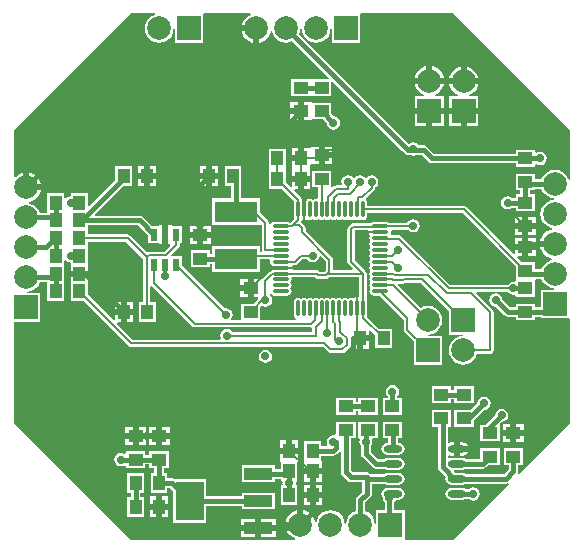
<source format=gtl>
G04 Layer_Physical_Order=1*
G04 Layer_Color=255*
%FSLAX25Y25*%
%MOIN*%
G70*
G01*
G75*
%ADD10R,0.04921X0.03937*%
%ADD11O,0.05512X0.01181*%
%ADD12O,0.01181X0.05512*%
%ADD13R,0.09449X0.12992*%
%ADD14R,0.09449X0.03937*%
%ADD15R,0.03937X0.04921*%
%ADD16R,0.02362X0.04331*%
G04:AMPARAMS|DCode=17|XSize=61.02mil|YSize=23.62mil|CornerRadius=11.81mil|HoleSize=0mil|Usage=FLASHONLY|Rotation=180.000|XOffset=0mil|YOffset=0mil|HoleType=Round|Shape=RoundedRectangle|*
%AMROUNDEDRECTD17*
21,1,0.06102,0.00000,0,0,180.0*
21,1,0.03740,0.02362,0,0,180.0*
1,1,0.02362,-0.01870,0.00000*
1,1,0.02362,0.01870,0.00000*
1,1,0.02362,0.01870,0.00000*
1,1,0.02362,-0.01870,0.00000*
%
%ADD17ROUNDEDRECTD17*%
%ADD18R,0.14173X0.07087*%
%ADD19C,0.01575*%
%ADD20C,0.00787*%
%ADD21C,0.01181*%
%ADD22R,0.07874X0.07874*%
%ADD23C,0.07874*%
%ADD24R,0.07874X0.07874*%
%ADD25C,0.02756*%
G36*
X167999Y92091D02*
Y87783D01*
X167999D01*
Y87414D01*
X167828Y86985D01*
X167613Y86809D01*
X167323Y86866D01*
X166473Y86697D01*
X165753Y86216D01*
X165517Y85863D01*
X146173D01*
X129982Y102054D01*
X129587Y102318D01*
X129121Y102411D01*
X126843D01*
X126535Y102911D01*
X126622Y103347D01*
X126572Y103598D01*
X126966Y104098D01*
X132184D01*
X132288Y103942D01*
X133009Y103460D01*
X133858Y103291D01*
X134708Y103460D01*
X135429Y103942D01*
X135910Y104662D01*
X136079Y105512D01*
X135910Y106362D01*
X135429Y107082D01*
X134708Y107563D01*
X133858Y107732D01*
X133009Y107563D01*
X132288Y107082D01*
X131921Y106532D01*
X125681D01*
X125543Y106625D01*
X125000Y106733D01*
X120669D01*
X120127Y106625D01*
X119712Y106348D01*
X113989D01*
X113523Y106255D01*
X113128Y105991D01*
X112328Y105191D01*
X112065Y104797D01*
X111972Y104331D01*
Y93504D01*
X112065Y93038D01*
X112328Y92643D01*
X113726Y91246D01*
X113534Y90784D01*
X107135D01*
Y94185D01*
X107043Y94651D01*
X106779Y95046D01*
X98055Y103770D01*
Y104657D01*
X97962Y105123D01*
X97698Y105518D01*
X96714Y106502D01*
X96487Y106654D01*
X96597Y106818D01*
X96619Y106929D01*
X96785Y107284D01*
X97189Y107287D01*
X97441Y107237D01*
X98062Y107360D01*
X98588Y107712D01*
X98598Y107728D01*
X98867Y107548D01*
X99410Y107440D01*
X99952Y107548D01*
X100394Y107843D01*
X100835Y107548D01*
X101378Y107440D01*
X101920Y107548D01*
X102362Y107843D01*
X102804Y107548D01*
X103347Y107440D01*
X103889Y107548D01*
X104331Y107843D01*
X104772Y107548D01*
X105315Y107440D01*
X105858Y107548D01*
X106299Y107843D01*
X106741Y107548D01*
X107283Y107440D01*
X107826Y107548D01*
X108268Y107843D01*
X108709Y107548D01*
X109252Y107440D01*
X109794Y107548D01*
X110236Y107843D01*
X110678Y107548D01*
X111221Y107440D01*
X111763Y107548D01*
X112205Y107843D01*
X112646Y107548D01*
X113189Y107440D01*
X113732Y107548D01*
X114173Y107843D01*
X114615Y107548D01*
X115157Y107440D01*
X115700Y107548D01*
X116142Y107843D01*
X116583Y107548D01*
X117126Y107440D01*
X117668Y107548D01*
X118129Y107856D01*
X118436Y108316D01*
X118544Y108858D01*
Y109807D01*
X150283D01*
X167999Y92091D01*
D02*
G37*
G36*
X115909Y82085D02*
X115409Y81690D01*
X115157Y81740D01*
X114537Y81616D01*
X114011Y81265D01*
X114000Y81249D01*
X113732Y81428D01*
X113189Y81536D01*
X112646Y81428D01*
X112205Y81133D01*
X111763Y81428D01*
X111221Y81536D01*
X110678Y81428D01*
X110236Y81133D01*
X109794Y81428D01*
X109252Y81536D01*
X108709Y81428D01*
X108268Y81133D01*
X107826Y81428D01*
X107283Y81536D01*
X106741Y81428D01*
X106299Y81133D01*
X105858Y81428D01*
X105315Y81536D01*
X104772Y81428D01*
X104331Y81133D01*
X103889Y81428D01*
X103347Y81536D01*
X102804Y81428D01*
X102362Y81133D01*
X101920Y81428D01*
X101378Y81536D01*
X100835Y81428D01*
X100394Y81133D01*
X99952Y81428D01*
X99410Y81536D01*
X98867Y81428D01*
X98425Y81133D01*
X97983Y81428D01*
X97441Y81536D01*
X96898Y81428D01*
X96457Y81133D01*
X96015Y81428D01*
X95472Y81536D01*
X94930Y81428D01*
X94470Y81121D01*
X94163Y80661D01*
X94055Y80118D01*
Y75787D01*
X94163Y75245D01*
X94470Y74785D01*
X94819Y74552D01*
X94703Y74052D01*
X82985D01*
Y78311D01*
X83517Y78843D01*
X83796Y78657D01*
X84646Y78488D01*
X85496Y78657D01*
X86216Y79138D01*
X86697Y79859D01*
X86866Y80709D01*
X86697Y81559D01*
X86216Y82279D01*
X86014Y82414D01*
X86037Y82595D01*
X86557Y82718D01*
X86596Y82659D01*
X87056Y82351D01*
X87598Y82244D01*
X91929D01*
X92472Y82351D01*
X92932Y82659D01*
X93239Y83119D01*
X93347Y83661D01*
X93239Y84204D01*
X92944Y84646D01*
X93239Y85087D01*
X93347Y85630D01*
X93239Y86172D01*
X92944Y86614D01*
X93239Y87056D01*
X93347Y87598D01*
X93297Y87850D01*
X93655Y88350D01*
X101174D01*
X101421Y88103D01*
X101815Y87839D01*
X102281Y87747D01*
X104712D01*
X105178Y87839D01*
X105572Y88103D01*
X105819Y88350D01*
X115909D01*
Y82085D01*
D02*
G37*
G36*
X104701Y93681D02*
Y90674D01*
X104208Y90181D01*
X102785D01*
X102539Y90428D01*
X102144Y90691D01*
X101678Y90784D01*
X93896D01*
X93501Y91284D01*
X93551Y91535D01*
X93501Y91787D01*
X93896Y92287D01*
X94488D01*
X94954Y92379D01*
X95349Y92643D01*
X96961Y94255D01*
X98588D01*
X98823Y93902D01*
X99544Y93421D01*
X100394Y93252D01*
X101243Y93421D01*
X101964Y93902D01*
X102445Y94623D01*
X102546Y95129D01*
X103088Y95293D01*
X104701Y93681D01*
D02*
G37*
G36*
X119083Y103527D02*
X119048Y103347D01*
X119171Y102726D01*
X119523Y102200D01*
X119539Y102189D01*
X119359Y101920D01*
X119252Y101378D01*
X119359Y100835D01*
X119655Y100394D01*
X119359Y99952D01*
X119252Y99410D01*
X119359Y98867D01*
X119655Y98425D01*
X119359Y97983D01*
X119252Y97441D01*
X119359Y96898D01*
X119655Y96457D01*
X119359Y96015D01*
X119252Y95472D01*
X119359Y94930D01*
X119655Y94488D01*
X119359Y94046D01*
X119252Y93504D01*
X119359Y92961D01*
X119655Y92520D01*
X119359Y92078D01*
X119252Y91535D01*
X119359Y90993D01*
X119655Y90551D01*
X119359Y90109D01*
X119252Y89567D01*
X119359Y89024D01*
X119655Y88583D01*
X119359Y88141D01*
X119252Y87598D01*
X119359Y87056D01*
X119655Y86614D01*
X119359Y86172D01*
X119252Y85630D01*
X119359Y85087D01*
X119655Y84646D01*
X119359Y84204D01*
X119252Y83661D01*
X119359Y83119D01*
X119667Y82659D01*
X120127Y82351D01*
X120669Y82244D01*
X122531D01*
X130673Y74102D01*
Y70866D01*
X130765Y70400D01*
X131029Y70006D01*
X134043Y66992D01*
Y59239D01*
X143517D01*
Y68713D01*
X138926D01*
X138893Y69213D01*
X140016Y69361D01*
X141168Y69839D01*
X142158Y70598D01*
X142917Y71587D01*
X143395Y72740D01*
X143557Y73976D01*
X143395Y75213D01*
X142917Y76365D01*
X142158Y77355D01*
X141168Y78114D01*
X140016Y78592D01*
X138779Y78754D01*
X137543Y78592D01*
X136391Y78114D01*
X136375Y78102D01*
X128780Y85697D01*
X128971Y86159D01*
X130660D01*
X131125Y86252D01*
X131319Y86381D01*
X136464D01*
X145853Y76992D01*
Y69239D01*
X150445D01*
X150477Y68739D01*
X149354Y68591D01*
X148202Y68114D01*
X147212Y67355D01*
X146453Y66365D01*
X145975Y65213D01*
X145813Y63976D01*
X145975Y62740D01*
X146453Y61587D01*
X147212Y60598D01*
X148202Y59839D01*
X149354Y59361D01*
X150591Y59198D01*
X151827Y59361D01*
X152980Y59839D01*
X153969Y60598D01*
X154728Y61587D01*
X155206Y62740D01*
X155208Y62759D01*
X159449D01*
X159915Y62852D01*
X160309Y63116D01*
X160573Y63511D01*
X160666Y63976D01*
Y76772D01*
X160573Y77237D01*
X160309Y77632D01*
X154975Y82967D01*
X155166Y83429D01*
X165517D01*
X165753Y83075D01*
X166473Y82594D01*
X167323Y82425D01*
X167613Y82483D01*
X167999Y82165D01*
Y81877D01*
X174521D01*
Y87414D01*
X174818Y87791D01*
X176646D01*
X176965Y87020D01*
X177724Y86031D01*
X178713Y85272D01*
X179866Y84794D01*
X180989Y84646D01*
X180956Y84146D01*
X176365D01*
Y78390D01*
X174521D01*
Y79540D01*
X167999D01*
Y78390D01*
X166025D01*
X163621Y80794D01*
X163469Y81559D01*
X162987Y82279D01*
X162267Y82760D01*
X161417Y82929D01*
X160567Y82760D01*
X159847Y82279D01*
X159366Y81559D01*
X159197Y80709D01*
X159366Y79859D01*
X159847Y79138D01*
X160567Y78657D01*
X161332Y78505D01*
X164210Y75627D01*
X164735Y75276D01*
X165354Y75153D01*
X167999D01*
Y74003D01*
X174521D01*
Y75153D01*
X176365D01*
Y74672D01*
X185705D01*
X185839Y74672D01*
X186205Y74348D01*
Y39703D01*
X169276Y22774D01*
X168844Y22996D01*
X168823Y23028D01*
X168941Y23622D01*
Y25775D01*
X170583D01*
Y31312D01*
X164062D01*
Y25775D01*
X165704D01*
Y24293D01*
X164152Y22740D01*
X151439D01*
X151068Y22988D01*
X150295Y23142D01*
X147909D01*
X147411Y23640D01*
X147602Y24102D01*
X150295D01*
X151068Y24256D01*
X151439Y24504D01*
X157028D01*
X157647Y24627D01*
X158172Y24978D01*
X158969Y25775D01*
X162709D01*
Y31312D01*
X156188D01*
Y27741D01*
X151439D01*
X151068Y27988D01*
X150295Y28142D01*
X146555D01*
X145905Y28013D01*
X145472Y28255D01*
X145466Y28750D01*
X145905Y29028D01*
X146555Y28898D01*
X147425D01*
Y31122D01*
Y33346D01*
X146555D01*
X145905Y33217D01*
X145405Y33532D01*
Y38570D01*
X146568D01*
Y44107D01*
X140047D01*
Y38570D01*
X142168D01*
Y24975D01*
X142291Y24356D01*
X142642Y23831D01*
X144671Y21802D01*
X144535Y21122D01*
X144689Y20349D01*
X145127Y19694D01*
X145782Y19256D01*
X146555Y19102D01*
X150295D01*
X151068Y19256D01*
X151439Y19504D01*
X164823D01*
X165417Y19622D01*
X165449Y19600D01*
X165671Y19169D01*
X147305Y803D01*
X131360D01*
X131036Y1168D01*
X131036Y1303D01*
Y10643D01*
X127603D01*
Y13266D01*
X128036Y13914D01*
X128073Y14102D01*
X129035D01*
X129808Y14256D01*
X130464Y14694D01*
X130902Y15349D01*
X131055Y16122D01*
X130902Y16895D01*
X130464Y17550D01*
X129808Y17988D01*
X129035Y18142D01*
X125295D01*
X124522Y17988D01*
X123867Y17550D01*
X123429Y16895D01*
X123275Y16122D01*
X123429Y15349D01*
X123776Y14829D01*
X123763Y14764D01*
X123932Y13914D01*
X124365Y13266D01*
Y10643D01*
X121562D01*
Y6052D01*
X121062Y6019D01*
X120914Y7142D01*
X120437Y8294D01*
X119678Y9284D01*
X118688Y10043D01*
X117918Y10362D01*
Y13267D01*
X119648Y14997D01*
X119999Y15522D01*
X120123Y16142D01*
Y19504D01*
X124152D01*
X124522Y19256D01*
X125295Y19102D01*
X129035D01*
X129808Y19256D01*
X130464Y19694D01*
X130902Y20349D01*
X131055Y21122D01*
X130902Y21895D01*
X130464Y22550D01*
X129808Y22988D01*
X129035Y23142D01*
X125295D01*
X124522Y22988D01*
X124152Y22740D01*
X119687D01*
X119648Y22798D01*
X119123Y23149D01*
X118504Y23272D01*
X113859D01*
X113036Y24096D01*
Y34633D01*
X114678D01*
Y40170D01*
X108157D01*
Y36021D01*
X107657Y35611D01*
X107283Y35685D01*
X106434Y35516D01*
X105713Y35035D01*
X105232Y34314D01*
X105063Y33465D01*
X105229Y32630D01*
X105242Y32541D01*
X104965Y32130D01*
X103162D01*
Y33772D01*
X97625D01*
Y27500D01*
X97425Y27083D01*
X97425Y26834D01*
Y24622D01*
X100394D01*
X103362D01*
Y26834D01*
X103362Y27083D01*
X103162Y27500D01*
Y28893D01*
X107283D01*
X107903Y29017D01*
X108428Y29367D01*
X109299Y30238D01*
X109746Y30095D01*
X109799Y30054D01*
Y23425D01*
X109922Y22806D01*
X110273Y22281D01*
X112045Y20509D01*
X112570Y20158D01*
X113189Y20035D01*
X116885D01*
Y16812D01*
X115155Y15081D01*
X114804Y14556D01*
X114681Y13937D01*
Y10362D01*
X113910Y10043D01*
X112921Y9284D01*
X112161Y8294D01*
X111684Y7142D01*
X111551Y6134D01*
X111047D01*
X110914Y7142D01*
X110437Y8294D01*
X109678Y9284D01*
X108688Y10043D01*
X107536Y10521D01*
X106299Y10683D01*
X105063Y10521D01*
X103910Y10043D01*
X102921Y9284D01*
X102161Y8294D01*
X101684Y7142D01*
X101652Y6900D01*
X101148D01*
X101109Y7194D01*
X100612Y8395D01*
X99820Y9427D01*
X98789Y10218D01*
X97588Y10715D01*
X97299Y10753D01*
Y5906D01*
X96299D01*
Y4905D01*
X91451D01*
X91489Y4617D01*
X91987Y3416D01*
X92778Y2384D01*
X93809Y1593D01*
X94510Y1303D01*
X94411Y803D01*
X39703D01*
X803Y39703D01*
Y73531D01*
X9658D01*
Y83005D01*
X5067D01*
X5034Y83505D01*
X6158Y83653D01*
X7310Y84130D01*
X8300Y84889D01*
X9059Y85879D01*
X9378Y86649D01*
X11995D01*
Y80401D01*
X17532D01*
Y86306D01*
Y92212D01*
Y93874D01*
X18032Y94026D01*
X18115Y93902D01*
X18835Y93421D01*
X19294Y93330D01*
X19669Y93028D01*
Y90567D01*
X22638D01*
X25606D01*
Y93028D01*
X25406D01*
Y98117D01*
Y100161D01*
X38167D01*
X43849Y94478D01*
Y80032D01*
X42507D01*
Y73511D01*
X48044D01*
Y80032D01*
X46283D01*
Y85147D01*
X46783Y85354D01*
X60163Y71974D01*
X60558Y71710D01*
X61024Y71618D01*
X99817D01*
X100161Y71336D01*
Y70115D01*
X73657D01*
X73421Y70468D01*
X72700Y70949D01*
X71850Y71118D01*
X71001Y70949D01*
X70280Y70468D01*
X69799Y69747D01*
X69630Y68898D01*
X69799Y68048D01*
X69841Y67984D01*
X69606Y67543D01*
X40477D01*
X35171Y72849D01*
X35363Y73311D01*
X36402D01*
Y75772D01*
X34433D01*
Y74241D01*
X33971Y74049D01*
X25406Y82614D01*
Y86106D01*
X25606D01*
Y88567D01*
X22638D01*
X19669D01*
Y86106D01*
X19869D01*
Y80401D01*
X24177D01*
X39113Y65465D01*
X39507Y65201D01*
X39973Y65109D01*
X103745D01*
X105357Y63497D01*
X105752Y63233D01*
X106218Y63140D01*
X110317D01*
X110783Y63233D01*
X111178Y63497D01*
X112673Y64992D01*
X112721Y64991D01*
X113173Y64835D01*
Y64453D01*
X115142D01*
Y67913D01*
X116142D01*
Y68913D01*
X119110D01*
Y70444D01*
X119572Y70636D01*
X121247Y68961D01*
Y64653D01*
X126784D01*
Y71174D01*
X122476D01*
X118424Y75227D01*
X118436Y75245D01*
X118544Y75787D01*
Y80118D01*
X118436Y80661D01*
X118343Y80800D01*
Y89567D01*
X118250Y90033D01*
X117987Y90428D01*
X114406Y94008D01*
Y103827D01*
X114493Y103914D01*
X118766D01*
X119083Y103527D01*
D02*
G37*
G36*
X186205Y137463D02*
Y120725D01*
X185717Y120646D01*
X185240Y121798D01*
X184481Y122788D01*
X183491Y123547D01*
X182339Y124024D01*
X181102Y124187D01*
X179866Y124024D01*
X178713Y123547D01*
X177724Y122788D01*
X176965Y121798D01*
X176646Y121028D01*
X174521D01*
Y122847D01*
X167999D01*
Y117310D01*
X169641D01*
Y115957D01*
X167999D01*
Y114807D01*
X166852D01*
X166204Y115241D01*
X165354Y115410D01*
X164505Y115241D01*
X163784Y114759D01*
X163303Y114039D01*
X163134Y113189D01*
X163303Y112339D01*
X163784Y111619D01*
X164505Y111137D01*
X165354Y110968D01*
X166204Y111137D01*
X166852Y111571D01*
X167999D01*
Y110421D01*
X174521D01*
Y115957D01*
X172878D01*
Y117310D01*
X174521D01*
Y117791D01*
X176646D01*
X176965Y117020D01*
X177724Y116031D01*
X178713Y115272D01*
X179866Y114794D01*
X180874Y114662D01*
Y114157D01*
X179866Y114024D01*
X178713Y113547D01*
X177724Y112788D01*
X176965Y111798D01*
X176487Y110646D01*
X176324Y109409D01*
X176487Y108173D01*
X176965Y107020D01*
X177724Y106031D01*
X178713Y105272D01*
X179866Y104794D01*
X180108Y104762D01*
Y104258D01*
X179814Y104219D01*
X178613Y103722D01*
X177581Y102931D01*
X176790Y101899D01*
X176292Y100698D01*
X176254Y100409D01*
X181102D01*
Y98409D01*
X176254D01*
X176292Y98121D01*
X176790Y96920D01*
X177581Y95888D01*
X178613Y95097D01*
X179814Y94599D01*
X180108Y94561D01*
Y94056D01*
X179866Y94024D01*
X178713Y93547D01*
X177724Y92788D01*
X176965Y91798D01*
X176646Y91028D01*
X174521D01*
Y93320D01*
X170213D01*
X168537Y94995D01*
X168729Y95457D01*
X170260D01*
Y97425D01*
X167799D01*
Y96386D01*
X167337Y96195D01*
X151648Y111884D01*
X151253Y112148D01*
X150787Y112241D01*
X118544D01*
Y113189D01*
X118436Y113732D01*
X118129Y114191D01*
X118106Y114417D01*
X120939Y117249D01*
X121203Y117644D01*
X121296Y118110D01*
Y118272D01*
X121649Y118508D01*
X122130Y119229D01*
X122299Y120079D01*
X122130Y120928D01*
X121649Y121649D01*
X120928Y122130D01*
X120079Y122299D01*
X119229Y122130D01*
X118508Y121649D01*
X118360Y121427D01*
X117860D01*
X117712Y121649D01*
X116991Y122130D01*
X116142Y122299D01*
X115292Y122130D01*
X114571Y121649D01*
X114423Y121427D01*
X113923D01*
X113775Y121649D01*
X113055Y122130D01*
X112205Y122299D01*
X111355Y122130D01*
X110635Y121649D01*
X110153Y120929D01*
X109984Y120079D01*
X110110Y119446D01*
X109786Y118946D01*
X108187D01*
X107721Y118854D01*
X107326Y118590D01*
X107107Y118371D01*
X106607Y118578D01*
Y123831D01*
X100086D01*
Y118295D01*
X102129D01*
Y114915D01*
X101629Y114557D01*
X101378Y114607D01*
X100835Y114499D01*
X100394Y114204D01*
X99952Y114499D01*
X99410Y114607D01*
X98867Y114499D01*
X98598Y114320D01*
X98588Y114336D01*
X98441Y114434D01*
Y114215D01*
X98407Y114192D01*
X98099Y113732D01*
X97991Y113189D01*
Y111024D01*
X96890D01*
Y113189D01*
X96782Y113732D01*
X96690Y113871D01*
Y114173D01*
X96597Y114639D01*
X96597Y114639D01*
X96333Y115034D01*
X94226Y117140D01*
X94418Y117602D01*
X95457D01*
Y120063D01*
X93488D01*
Y118532D01*
X93026Y118341D01*
X91351Y120016D01*
Y124324D01*
X91351D01*
Y124692D01*
X91351D01*
Y131213D01*
X85814D01*
Y124692D01*
X85814D01*
Y124324D01*
X85814D01*
Y117802D01*
X90122D01*
X94175Y113750D01*
X94163Y113732D01*
X94055Y113189D01*
Y108858D01*
X94163Y108316D01*
X94255Y108177D01*
Y107788D01*
X93000Y106532D01*
X92611D01*
X92472Y106625D01*
X91929Y106733D01*
X87598D01*
X87056Y106625D01*
X86596Y106317D01*
X86363Y105969D01*
X85863Y106085D01*
Y106299D01*
X85770Y106765D01*
X85506Y107160D01*
X82690Y109976D01*
Y114579D01*
X76422D01*
Y118787D01*
X76587D01*
Y125308D01*
X71050D01*
Y118787D01*
X73185D01*
Y114579D01*
X66917D01*
Y105893D01*
X82690D01*
Y105893D01*
X83027Y106033D01*
X83429Y105713D01*
Y97441D01*
X83479Y97189D01*
X83190Y96741D01*
X83056Y96731D01*
X82690Y97072D01*
Y98831D01*
X66917D01*
Y96107D01*
X66253D01*
Y97257D01*
X59732D01*
Y91720D01*
X66253D01*
Y92870D01*
X66917D01*
Y90145D01*
X82690D01*
Y94255D01*
X85873D01*
X86231Y93755D01*
X86181Y93504D01*
X86289Y92961D01*
X86468Y92693D01*
X86452Y92682D01*
X86354Y92535D01*
X86573D01*
X86596Y92501D01*
X87056Y92194D01*
X87598Y92086D01*
X89764D01*
Y90985D01*
X87598D01*
X87056Y90877D01*
X86596Y90570D01*
X86579Y90544D01*
X86535Y90535D01*
X86354D01*
X86379Y90497D01*
X85999Y90243D01*
X83785Y88030D01*
X83627Y87793D01*
X83185Y87614D01*
X83185Y87614D01*
X83185Y87614D01*
X80724D01*
Y84646D01*
Y81677D01*
X82118D01*
X82213Y81596D01*
X82291Y81059D01*
X80772Y79540D01*
X76464D01*
Y74052D01*
X73518D01*
X73251Y74552D01*
X73508Y74938D01*
X73677Y75787D01*
X73508Y76637D01*
X73027Y77358D01*
X72307Y77839D01*
X71457Y78008D01*
X71040Y77925D01*
X56902Y92063D01*
Y95288D01*
X53371D01*
X53180Y95750D01*
X55782Y98352D01*
X56046Y98747D01*
X56138Y99213D01*
Y99594D01*
X56902D01*
Y105524D01*
X53362D01*
Y105724D01*
X52181D01*
Y102559D01*
Y99394D01*
X52674D01*
X52881Y98894D01*
X50886Y96899D01*
X45765D01*
X45300Y96806D01*
X45098Y96672D01*
X39531Y102239D01*
X39137Y102502D01*
X38671Y102595D01*
X25406D01*
Y105665D01*
X42046D01*
X45460Y102251D01*
Y99594D01*
X49000D01*
Y99394D01*
X50181D01*
Y102559D01*
Y105724D01*
X49000D01*
Y105524D01*
X46764D01*
X43861Y108428D01*
X43336Y108779D01*
X42717Y108902D01*
X27967D01*
X27776Y109364D01*
X37198Y118787D01*
X40170D01*
Y125308D01*
X34633D01*
Y120799D01*
X25868Y112034D01*
X25406Y112226D01*
Y116450D01*
X19869D01*
Y115561D01*
X19685Y115410D01*
X18835Y115241D01*
X18115Y114759D01*
X18032Y114636D01*
X17532Y114787D01*
Y116450D01*
X11995D01*
Y109886D01*
X9378D01*
X9059Y110657D01*
X8300Y111646D01*
X7310Y112406D01*
X6158Y112883D01*
X5916Y112915D01*
Y113419D01*
X6210Y113458D01*
X7411Y113955D01*
X8442Y114747D01*
X9234Y115778D01*
X9731Y116979D01*
X9769Y117268D01*
X4921D01*
Y118268D01*
X3921D01*
Y123116D01*
X3632Y123078D01*
X2431Y122580D01*
X1400Y121789D01*
X1276Y121627D01*
X803Y121788D01*
Y137463D01*
X39703Y176363D01*
X47897D01*
X47976Y175875D01*
X46824Y175398D01*
X45834Y174638D01*
X45075Y173649D01*
X44598Y172496D01*
X44435Y171260D01*
X44598Y170023D01*
X45075Y168871D01*
X45834Y167881D01*
X46824Y167122D01*
X47976Y166645D01*
X49213Y166482D01*
X50449Y166645D01*
X51601Y167122D01*
X52591Y167881D01*
X53350Y168871D01*
X53828Y170023D01*
X53976Y171147D01*
X54476Y171114D01*
Y166523D01*
X63950D01*
Y175863D01*
X63950Y175997D01*
X64274Y176363D01*
X79647D01*
X79746Y175863D01*
X79046Y175572D01*
X78014Y174781D01*
X77223Y173750D01*
X76726Y172549D01*
X76688Y172260D01*
X81535D01*
Y171260D01*
X82535D01*
Y166412D01*
X82824Y166450D01*
X84025Y166947D01*
X85057Y167739D01*
X85848Y168770D01*
X86345Y169971D01*
X86384Y170265D01*
X86888D01*
X86920Y170023D01*
X87398Y168871D01*
X88157Y167881D01*
X89147Y167122D01*
X90299Y166645D01*
X91535Y166482D01*
X92772Y166645D01*
X93542Y166964D01*
X105701Y154805D01*
X105510Y154343D01*
X100086D01*
Y154343D01*
X99717D01*
Y154343D01*
X93196D01*
Y148806D01*
X99717D01*
Y148806D01*
X100086D01*
Y148806D01*
X106607D01*
Y153246D01*
X107069Y153437D01*
X130942Y129564D01*
X131467Y129213D01*
X132087Y129090D01*
X132949D01*
X133009Y129051D01*
X133858Y128882D01*
X134708Y129051D01*
X134767Y129090D01*
X136731D01*
X139013Y126808D01*
X139538Y126458D01*
X140157Y126334D01*
X167999D01*
Y125184D01*
X174521D01*
Y125842D01*
X175021Y126109D01*
X175331Y125901D01*
X176181Y125732D01*
X177031Y125901D01*
X177751Y126383D01*
X178233Y127103D01*
X178402Y127953D01*
X178233Y128803D01*
X177751Y129523D01*
X177031Y130004D01*
X176181Y130173D01*
X175331Y130004D01*
X175021Y129797D01*
X174521Y130064D01*
Y130721D01*
X167999D01*
Y129571D01*
X140828D01*
X138546Y131853D01*
X138021Y132204D01*
X137402Y132327D01*
X135659D01*
X135429Y132673D01*
X134708Y133154D01*
X133858Y133323D01*
X133009Y133154D01*
X132362Y132722D01*
X95831Y169253D01*
X96150Y170023D01*
X96283Y171032D01*
X96788D01*
X96920Y170023D01*
X97398Y168871D01*
X98157Y167881D01*
X99146Y167122D01*
X100299Y166645D01*
X101535Y166482D01*
X102772Y166645D01*
X103924Y167122D01*
X104914Y167881D01*
X105673Y168871D01*
X106150Y170023D01*
X106298Y171147D01*
X106798Y171114D01*
Y166523D01*
X116272D01*
Y175863D01*
X116272Y175997D01*
X116597Y176363D01*
X147305D01*
X186205Y137463D01*
D02*
G37*
%LPC*%
G36*
X170783Y35417D02*
X168323D01*
Y33449D01*
X170783D01*
Y35417D01*
D02*
G37*
G36*
X166323D02*
X163862D01*
Y33449D01*
X166323D01*
Y35417D01*
D02*
G37*
G36*
X44799Y38402D02*
X42339D01*
Y36433D01*
X44799D01*
Y38402D01*
D02*
G37*
G36*
X40339D02*
X37878D01*
Y36433D01*
X40339D01*
Y38402D01*
D02*
G37*
G36*
X52673Y34433D02*
X50213D01*
Y32465D01*
X52673D01*
Y34433D01*
D02*
G37*
G36*
X150295Y33346D02*
X149425D01*
Y32122D01*
X152250D01*
X151868Y32695D01*
X151146Y33177D01*
X150295Y33346D01*
D02*
G37*
G36*
X48213Y34433D02*
X45752D01*
Y32465D01*
X48213D01*
Y34433D01*
D02*
G37*
G36*
X40339D02*
X37878D01*
Y32465D01*
X40339D01*
Y34433D01*
D02*
G37*
G36*
X44799D02*
X42339D01*
Y32465D01*
X44799D01*
Y34433D01*
D02*
G37*
G36*
X48213Y38402D02*
X45752D01*
Y36433D01*
X48213D01*
Y38402D01*
D02*
G37*
G36*
X122158Y48044D02*
X115637D01*
Y46894D01*
X114678D01*
Y48044D01*
X108157D01*
Y42507D01*
X114678D01*
Y43657D01*
X115637D01*
Y42507D01*
X122158D01*
Y48044D01*
D02*
G37*
G36*
X126969Y52417D02*
X126119Y52248D01*
X125398Y51767D01*
X124917Y51047D01*
X124748Y50197D01*
X124917Y49347D01*
X125350Y48699D01*
Y48044D01*
X123708D01*
Y42507D01*
X130229D01*
Y48044D01*
X128587D01*
Y48699D01*
X129020Y49347D01*
X129189Y50197D01*
X129020Y51047D01*
X128539Y51767D01*
X127818Y52248D01*
X126969Y52417D01*
D02*
G37*
G36*
X154048Y51981D02*
X147527D01*
Y50831D01*
X146568D01*
Y51981D01*
X140047D01*
Y46444D01*
X146568D01*
Y47594D01*
X147527D01*
Y46444D01*
X154048D01*
Y51981D01*
D02*
G37*
G36*
X119110Y66913D02*
X117142D01*
Y64453D01*
X119110D01*
Y66913D01*
D02*
G37*
G36*
X84646Y64228D02*
X83796Y64060D01*
X83075Y63578D01*
X82594Y62858D01*
X82425Y62008D01*
X82594Y61158D01*
X83075Y60438D01*
X83796Y59956D01*
X84646Y59787D01*
X85496Y59956D01*
X86216Y60438D01*
X86697Y61158D01*
X86866Y62008D01*
X86697Y62858D01*
X86216Y63578D01*
X85496Y64060D01*
X84646Y64228D01*
D02*
G37*
G36*
X166323Y39386D02*
X163862D01*
Y37417D01*
X166323D01*
Y39386D01*
D02*
G37*
G36*
X52673Y38402D02*
X50213D01*
Y36433D01*
X52673D01*
Y38402D01*
D02*
G37*
G36*
X170783Y39386D02*
X168323D01*
Y37417D01*
X170783D01*
Y39386D01*
D02*
G37*
G36*
X163386Y44543D02*
X162536Y44374D01*
X161816Y43893D01*
X161334Y43173D01*
X161182Y42408D01*
X158304Y39530D01*
X158074Y39186D01*
X156188D01*
Y33649D01*
X162709D01*
Y39186D01*
X162709Y39186D01*
X162709D01*
X162939Y39587D01*
X163471Y40119D01*
X164236Y40271D01*
X164956Y40753D01*
X165437Y41473D01*
X165606Y42323D01*
X165437Y43173D01*
X164956Y43893D01*
X164236Y44374D01*
X163386Y44543D01*
D02*
G37*
G36*
X157480Y48480D02*
X156631Y48311D01*
X155910Y47830D01*
X155429Y47110D01*
X155277Y46345D01*
X153039Y44107D01*
X147527D01*
Y38570D01*
X154048D01*
Y40539D01*
X157565Y44056D01*
X158330Y44208D01*
X159051Y44690D01*
X159532Y45410D01*
X159701Y46260D01*
X159532Y47110D01*
X159051Y47830D01*
X158330Y48311D01*
X157480Y48480D01*
D02*
G37*
G36*
X99394Y14748D02*
X97425D01*
Y12287D01*
X99394D01*
Y14748D01*
D02*
G37*
G36*
X44107Y22946D02*
X38570D01*
Y16424D01*
X39720D01*
Y15072D01*
X38570D01*
Y8550D01*
X44107D01*
Y15072D01*
X42957D01*
Y16424D01*
X44107D01*
Y22946D01*
D02*
G37*
G36*
X52181Y10811D02*
X50213D01*
Y8350D01*
X52181D01*
Y10811D01*
D02*
G37*
G36*
Y15272D02*
X50213D01*
Y12811D01*
X52181D01*
Y15272D01*
D02*
G37*
G36*
X48213D02*
X46244D01*
Y12811D01*
X48213D01*
Y15272D01*
D02*
G37*
G36*
X103362Y14748D02*
X101394D01*
Y12287D01*
X103362D01*
Y14748D01*
D02*
G37*
G36*
X81283Y7693D02*
X76559D01*
Y5724D01*
X81283D01*
Y7693D01*
D02*
G37*
G36*
X88008Y3724D02*
X83284D01*
Y1756D01*
X88008D01*
Y3724D01*
D02*
G37*
G36*
X81283D02*
X76559D01*
Y1756D01*
X81283D01*
Y3724D01*
D02*
G37*
G36*
X48213Y10811D02*
X46244D01*
Y8350D01*
X48213D01*
Y10811D01*
D02*
G37*
G36*
X95299Y10753D02*
X95010Y10715D01*
X93809Y10218D01*
X92778Y9427D01*
X91987Y8395D01*
X91489Y7194D01*
X91451Y6905D01*
X95299D01*
Y10753D01*
D02*
G37*
G36*
X88008Y7693D02*
X83284D01*
Y5724D01*
X88008D01*
Y7693D01*
D02*
G37*
G36*
X130229Y40170D02*
X123708D01*
Y34633D01*
X125547D01*
Y33142D01*
X125295D01*
X124522Y32988D01*
X123867Y32550D01*
X123429Y31895D01*
X123275Y31122D01*
X123429Y30349D01*
X123867Y29694D01*
X124522Y29256D01*
X125295Y29102D01*
X129035D01*
X129808Y29256D01*
X130464Y29694D01*
X130902Y30349D01*
X131055Y31122D01*
X130902Y31895D01*
X130464Y32550D01*
X129808Y32988D01*
X129035Y33142D01*
X128784D01*
Y34633D01*
X130229D01*
Y40170D01*
D02*
G37*
G36*
X152250Y30122D02*
X149425D01*
Y28898D01*
X150295D01*
X151146Y29068D01*
X151868Y29550D01*
X152250Y30122D01*
D02*
G37*
G36*
X95488Y29512D02*
X92520D01*
X89551D01*
Y27300D01*
X89551Y27051D01*
X89751Y26634D01*
Y24453D01*
X87808D01*
Y25603D01*
X76759D01*
Y20066D01*
X87808D01*
Y21216D01*
X89751D01*
Y20361D01*
X90039D01*
X90357Y19975D01*
X90299Y19685D01*
X90357Y19395D01*
X90039Y19009D01*
X89751D01*
Y12487D01*
X95288D01*
Y19009D01*
X95000D01*
X94683Y19395D01*
X94740Y19685D01*
X94683Y19975D01*
X95000Y20361D01*
X95288D01*
Y26634D01*
X95488Y27051D01*
X95488Y27300D01*
Y29512D01*
D02*
G37*
G36*
Y33972D02*
X93520D01*
Y31512D01*
X95488D01*
Y33972D01*
D02*
G37*
G36*
X91520D02*
X89551D01*
Y31512D01*
X91520D01*
Y33972D01*
D02*
G37*
G36*
X52473Y30328D02*
X45952D01*
Y29178D01*
X44599D01*
Y30328D01*
X38078D01*
Y29670D01*
X37578Y29403D01*
X37267Y29611D01*
X36417Y29780D01*
X35568Y29611D01*
X34847Y29129D01*
X34366Y28409D01*
X34197Y27559D01*
X34366Y26709D01*
X34847Y25989D01*
X35568Y25508D01*
X36417Y25338D01*
X37267Y25508D01*
X37578Y25715D01*
X38078Y25448D01*
Y24791D01*
X44599D01*
Y25941D01*
X45952D01*
Y24791D01*
X47594D01*
Y22946D01*
X46444D01*
Y16424D01*
X51981D01*
Y18067D01*
X52873D01*
X53924Y17015D01*
Y6483D01*
X64973D01*
Y12161D01*
X76759D01*
Y11011D01*
X87808D01*
Y16548D01*
X76759D01*
Y15398D01*
X64973D01*
Y21076D01*
X54319D01*
X54163Y21180D01*
X53543Y21304D01*
X51981D01*
Y22946D01*
X50831D01*
Y24791D01*
X52473D01*
Y30328D01*
D02*
G37*
G36*
X153917Y18343D02*
X153068Y18174D01*
X152419Y17740D01*
X151439D01*
X151068Y17988D01*
X150295Y18142D01*
X146555D01*
X145782Y17988D01*
X145127Y17550D01*
X144689Y16895D01*
X144535Y16122D01*
X144689Y15349D01*
X145127Y14694D01*
X145782Y14256D01*
X146555Y14102D01*
X150295D01*
X151068Y14256D01*
X151439Y14504D01*
X152419D01*
X153068Y14071D01*
X153917Y13901D01*
X154767Y14071D01*
X155488Y14552D01*
X155969Y15272D01*
X156138Y16122D01*
X155969Y16972D01*
X155488Y17692D01*
X154767Y18174D01*
X153917Y18343D01*
D02*
G37*
G36*
X103362Y19209D02*
X101394D01*
Y16748D01*
X103362D01*
Y19209D01*
D02*
G37*
G36*
X99394D02*
X97425D01*
Y16748D01*
X99394D01*
Y19209D01*
D02*
G37*
G36*
X122158Y40170D02*
X115637D01*
Y34633D01*
X115716D01*
X116023Y34133D01*
X115890Y33465D01*
X116059Y32615D01*
X116492Y31967D01*
Y29528D01*
X116615Y28908D01*
X116966Y28383D01*
X120371Y24978D01*
X120896Y24627D01*
X121516Y24504D01*
X124152D01*
X124522Y24256D01*
X125295Y24102D01*
X129035D01*
X129808Y24256D01*
X130464Y24694D01*
X130902Y25349D01*
X131055Y26122D01*
X130902Y26895D01*
X130464Y27550D01*
X129808Y27988D01*
X129035Y28142D01*
X125295D01*
X124522Y27988D01*
X124152Y27741D01*
X122186D01*
X119729Y30198D01*
Y31967D01*
X120162Y32615D01*
X120331Y33465D01*
X120198Y34133D01*
X120504Y34633D01*
X122158D01*
Y40170D01*
D02*
G37*
G36*
X103362Y22622D02*
X101394D01*
Y20161D01*
X103362D01*
Y22622D01*
D02*
G37*
G36*
X99394D02*
X97425D01*
Y20161D01*
X99394D01*
Y22622D01*
D02*
G37*
G36*
X36402Y80232D02*
X34433D01*
Y77772D01*
X36402D01*
Y80232D01*
D02*
G37*
G36*
X40370Y75772D02*
X38402D01*
Y73311D01*
X40370D01*
Y75772D01*
D02*
G37*
G36*
Y80232D02*
X38402D01*
Y77772D01*
X40370D01*
Y80232D01*
D02*
G37*
G36*
X106807Y131905D02*
X104346D01*
Y129937D01*
X106807D01*
Y131905D01*
D02*
G37*
G36*
X95457Y131413D02*
X93488D01*
Y128953D01*
X95457D01*
Y131413D01*
D02*
G37*
G36*
X99917Y146669D02*
X99669Y146669D01*
X97457D01*
Y143701D01*
Y140732D01*
X99669D01*
X99917Y140732D01*
X100335Y140932D01*
X103826D01*
X105080Y139679D01*
X105232Y138914D01*
X105713Y138194D01*
X106434Y137712D01*
X107283Y137543D01*
X108133Y137712D01*
X108854Y138194D01*
X109335Y138914D01*
X109504Y139764D01*
X109335Y140614D01*
X108854Y141334D01*
X108133Y141815D01*
X107369Y141967D01*
X106607Y142729D01*
Y146469D01*
X100335D01*
X99917Y146669D01*
D02*
G37*
G36*
X155626Y142642D02*
X151689D01*
Y138705D01*
X155626D01*
Y142642D01*
D02*
G37*
G36*
X149689D02*
X145752D01*
Y138705D01*
X149689D01*
Y142642D01*
D02*
G37*
G36*
X106807Y127937D02*
X104346D01*
Y125969D01*
X106807D01*
Y127937D01*
D02*
G37*
G36*
X44276Y125508D02*
X42307D01*
Y123047D01*
X44276D01*
Y125508D01*
D02*
G37*
G36*
X102346Y131905D02*
X99886D01*
Y131508D01*
X99425Y131413D01*
X99386Y131413D01*
X97457D01*
Y127953D01*
X96457D01*
Y126953D01*
X93488D01*
Y124492D01*
Y122063D01*
X96457D01*
X99425D01*
Y124492D01*
Y125873D01*
X99886Y125969D01*
X99925Y125969D01*
X102346D01*
Y128937D01*
Y131905D01*
D02*
G37*
G36*
X48244Y125508D02*
X46276D01*
Y123047D01*
X48244D01*
Y125508D01*
D02*
G37*
G36*
X68913D02*
X66945D01*
Y123047D01*
X68913D01*
Y125508D01*
D02*
G37*
G36*
X64945D02*
X62976D01*
Y123047D01*
X64945D01*
Y125508D01*
D02*
G37*
G36*
X151689Y158490D02*
Y154642D01*
X155537D01*
X155499Y154930D01*
X155001Y156131D01*
X154210Y157163D01*
X153179Y157954D01*
X151978Y158452D01*
X151689Y158490D01*
D02*
G37*
G36*
X149689Y158490D02*
X149400Y158452D01*
X148199Y157954D01*
X147168Y157163D01*
X146377Y156131D01*
X145879Y154930D01*
X145841Y154642D01*
X149689D01*
Y158490D01*
D02*
G37*
G36*
X138272Y158647D02*
X137983Y158609D01*
X136782Y158112D01*
X135750Y157320D01*
X134959Y156289D01*
X134462Y155088D01*
X134424Y154799D01*
X138272D01*
Y158647D01*
D02*
G37*
G36*
X80535Y170260D02*
X76688D01*
X76726Y169971D01*
X77223Y168770D01*
X78014Y167739D01*
X79046Y166947D01*
X80247Y166450D01*
X80535Y166412D01*
Y170260D01*
D02*
G37*
G36*
X140272Y158647D02*
Y154799D01*
X144120D01*
X144082Y155088D01*
X143584Y156289D01*
X142793Y157320D01*
X141762Y158112D01*
X140560Y158609D01*
X140272Y158647D01*
D02*
G37*
G36*
X144120Y152799D02*
X139272D01*
X134424D01*
X134462Y152510D01*
X134959Y151309D01*
X135750Y150278D01*
X136782Y149487D01*
X137387Y149236D01*
X137287Y148736D01*
X134335D01*
Y144799D01*
X139272D01*
X144209D01*
Y148736D01*
X141256D01*
X141157Y149236D01*
X141762Y149487D01*
X142793Y150278D01*
X143584Y151309D01*
X144082Y152510D01*
X144120Y152799D01*
D02*
G37*
G36*
X144209Y142799D02*
X140272D01*
Y138862D01*
X144209D01*
Y142799D01*
D02*
G37*
G36*
X138272D02*
X134335D01*
Y138862D01*
X138272D01*
Y142799D01*
D02*
G37*
G36*
X95457Y142701D02*
X92996D01*
Y140732D01*
X95457D01*
Y142701D01*
D02*
G37*
G36*
Y146669D02*
X92996D01*
Y144701D01*
X95457D01*
Y146669D01*
D02*
G37*
G36*
X155537Y152642D02*
X150689D01*
X145841D01*
X145879Y152353D01*
X146377Y151152D01*
X147168Y150121D01*
X148199Y149329D01*
X148804Y149079D01*
X148705Y148579D01*
X145752D01*
Y144642D01*
X150689D01*
X155626D01*
Y148579D01*
X152673D01*
X152574Y149079D01*
X153179Y149329D01*
X154210Y150121D01*
X155001Y151152D01*
X155499Y152353D01*
X155537Y152642D01*
D02*
G37*
G36*
X66453Y101362D02*
X63992D01*
Y99394D01*
X66453D01*
Y101362D01*
D02*
G37*
G36*
X61992D02*
X59531D01*
Y99394D01*
X61992D01*
Y101362D01*
D02*
G37*
G36*
X170260Y101394D02*
X167799D01*
Y99425D01*
X170260D01*
Y101394D01*
D02*
G37*
G36*
Y104315D02*
X167799D01*
Y102347D01*
X170260D01*
Y104315D01*
D02*
G37*
G36*
X174721Y101394D02*
X172260D01*
Y99425D01*
X174721D01*
Y101394D01*
D02*
G37*
G36*
Y97425D02*
X172260D01*
Y95457D01*
X174721D01*
Y97425D01*
D02*
G37*
G36*
X78724Y87614D02*
X76264D01*
Y85646D01*
X78724D01*
Y87614D01*
D02*
G37*
G36*
Y83646D02*
X76264D01*
Y81677D01*
X78724D01*
Y83646D01*
D02*
G37*
G36*
X48244Y121047D02*
X46276D01*
Y118587D01*
X48244D01*
Y121047D01*
D02*
G37*
G36*
X44276D02*
X42307D01*
Y118587D01*
X44276D01*
Y121047D01*
D02*
G37*
G36*
X64945Y121047D02*
X62976D01*
Y118587D01*
X64945D01*
Y121047D01*
D02*
G37*
G36*
X5921Y123116D02*
Y119268D01*
X9769D01*
X9731Y119556D01*
X9234Y120757D01*
X8442Y121789D01*
X7411Y122580D01*
X6210Y123078D01*
X5921Y123116D01*
D02*
G37*
G36*
X68913Y121047D02*
X66945D01*
Y118587D01*
X68913D01*
Y121047D01*
D02*
G37*
G36*
X99425Y120063D02*
X97457D01*
Y117602D01*
X99425D01*
Y120063D01*
D02*
G37*
G36*
X61992Y105331D02*
X59531D01*
Y103362D01*
X61992D01*
Y105331D01*
D02*
G37*
G36*
X174721Y104315D02*
X172260D01*
Y102347D01*
X174721D01*
Y104315D01*
D02*
G37*
G36*
X66453Y105331D02*
X63992D01*
Y103362D01*
X66453D01*
Y105331D01*
D02*
G37*
G36*
X174721Y108283D02*
X172260D01*
Y106315D01*
X174721D01*
Y108283D01*
D02*
G37*
G36*
X170260D02*
X167799D01*
Y106315D01*
X170260D01*
Y108283D01*
D02*
G37*
%LPD*%
D10*
X150787Y49213D02*
D03*
Y41339D02*
D03*
X143307D02*
D03*
Y49213D02*
D03*
X103347Y143701D02*
D03*
Y151575D02*
D03*
X96457D02*
D03*
Y143701D02*
D03*
X62992Y102362D02*
D03*
Y94488D02*
D03*
X79724Y84646D02*
D03*
Y76772D02*
D03*
X103347Y128937D02*
D03*
Y121063D02*
D03*
X49213Y35433D02*
D03*
Y27559D02*
D03*
X41339Y35433D02*
D03*
Y27559D02*
D03*
X159449Y28543D02*
D03*
Y36417D02*
D03*
X111417Y45276D02*
D03*
Y37402D02*
D03*
X118898D02*
D03*
Y45276D02*
D03*
X126969Y37402D02*
D03*
Y45276D02*
D03*
X167323Y28543D02*
D03*
Y36417D02*
D03*
X171260Y76772D02*
D03*
Y84646D02*
D03*
Y98425D02*
D03*
Y90551D02*
D03*
Y127953D02*
D03*
Y120079D02*
D03*
Y105315D02*
D03*
Y113189D02*
D03*
D11*
X89764Y105315D02*
D03*
Y103347D02*
D03*
Y101378D02*
D03*
Y99410D02*
D03*
Y97441D02*
D03*
Y95472D02*
D03*
Y93504D02*
D03*
Y91535D02*
D03*
Y89567D02*
D03*
Y87598D02*
D03*
Y85630D02*
D03*
Y83661D02*
D03*
X122835D02*
D03*
Y85630D02*
D03*
Y87598D02*
D03*
Y89567D02*
D03*
Y91535D02*
D03*
Y93504D02*
D03*
Y95472D02*
D03*
Y97441D02*
D03*
Y99410D02*
D03*
Y101378D02*
D03*
Y103347D02*
D03*
Y105315D02*
D03*
D12*
X95472Y77953D02*
D03*
X97441D02*
D03*
X99410D02*
D03*
X101378D02*
D03*
X103347D02*
D03*
X105315D02*
D03*
X107283D02*
D03*
X109252D02*
D03*
X111221D02*
D03*
X113189D02*
D03*
X115157D02*
D03*
X117126D02*
D03*
Y111024D02*
D03*
X115157D02*
D03*
X113189D02*
D03*
X111221D02*
D03*
X109252D02*
D03*
X107283D02*
D03*
X105315D02*
D03*
X103347D02*
D03*
X101378D02*
D03*
X99410D02*
D03*
X97441D02*
D03*
X95472D02*
D03*
D13*
X59449Y13780D02*
D03*
D14*
X82284Y22835D02*
D03*
Y13780D02*
D03*
Y4724D02*
D03*
D15*
X73819Y122047D02*
D03*
X65945D02*
D03*
X22638Y107283D02*
D03*
X14764D02*
D03*
Y83661D02*
D03*
X22638D02*
D03*
Y89567D02*
D03*
X14764D02*
D03*
X22638Y95472D02*
D03*
X14764D02*
D03*
X22638Y101378D02*
D03*
X14764D02*
D03*
Y113189D02*
D03*
X22638D02*
D03*
X45276Y122047D02*
D03*
X37402D02*
D03*
Y76772D02*
D03*
X45276D02*
D03*
X116142Y67913D02*
D03*
X124016D02*
D03*
X96457Y121063D02*
D03*
X88583D02*
D03*
X96457Y127953D02*
D03*
X88583D02*
D03*
X92520Y30512D02*
D03*
X100394D02*
D03*
Y23622D02*
D03*
X92520D02*
D03*
X100394Y15748D02*
D03*
X92520D02*
D03*
X49213Y19685D02*
D03*
X41339D02*
D03*
Y11811D02*
D03*
X49213D02*
D03*
D16*
X54921Y102559D02*
D03*
X51181D02*
D03*
X47441D02*
D03*
Y92323D02*
D03*
X51181D02*
D03*
X54921D02*
D03*
D17*
X148425Y16122D02*
D03*
Y21122D02*
D03*
Y26122D02*
D03*
Y31122D02*
D03*
X127165D02*
D03*
Y26122D02*
D03*
Y21122D02*
D03*
Y16122D02*
D03*
D18*
X74803Y94488D02*
D03*
Y110236D02*
D03*
D19*
X62992Y119095D02*
X65945Y122047D01*
X62992Y109252D02*
Y119095D01*
X54134Y109252D02*
X62992D01*
X140157Y127953D02*
X171260D01*
X137402Y130709D02*
X140157Y127953D01*
X91535Y171260D02*
X132087Y130709D01*
X118504Y21122D02*
X127165D01*
X118504Y16142D02*
Y21122D01*
X113189Y21654D02*
X118504D01*
X116299Y13937D02*
X118504Y16142D01*
X152559Y41339D02*
X157480Y46260D01*
X150787Y41339D02*
X152559D01*
X143307Y49213D02*
X150787D01*
X111417Y23425D02*
X113189Y21654D01*
X111417Y23425D02*
Y37402D01*
Y45276D02*
X118898D01*
X118110Y33465D02*
Y36614D01*
Y29528D02*
Y33465D01*
Y36614D02*
X118898Y37402D01*
X89653Y59732D02*
X94266Y64345D01*
X89653Y46587D02*
Y59732D01*
Y46587D02*
X92520Y43720D01*
Y30512D02*
Y43720D01*
X113805Y67913D02*
X116142D01*
X111138Y62376D02*
X113805Y65043D01*
X105397Y62376D02*
X111138D01*
X103429Y64345D02*
X105397Y62376D01*
X94266Y64345D02*
X103429D01*
X107283Y139764D02*
Y139764D01*
X103347Y143701D02*
X107283Y139764D01*
X91535Y138779D02*
X96457Y133858D01*
X81535Y148779D02*
X91535Y138779D01*
X96457Y143701D01*
Y151575D02*
X104331D01*
X108268Y31496D02*
Y33465D01*
X143787Y24975D02*
Y41339D01*
X148425Y31122D02*
X153169D01*
X143787Y24975D02*
X147640Y21122D01*
X148425D01*
X164823D01*
X148425Y26122D02*
X157028D01*
X127165Y31122D02*
Y37205D01*
X121516Y26122D02*
X127165D01*
X148425Y16122D02*
X153917D01*
X116299Y5906D02*
Y13937D01*
X118110Y29528D02*
X121516Y26122D01*
X36417Y27559D02*
X41339D01*
X45276Y35433D02*
X49213D01*
X41339D02*
X45276D01*
X49213Y6890D02*
Y11811D01*
X41339D02*
Y19685D01*
X50197D02*
X53543D01*
X49213Y20669D02*
Y27559D01*
X41339D02*
X49213D01*
X53543Y19685D02*
X59449Y13780D01*
X45276Y112205D02*
Y122047D01*
Y127953D01*
X41339Y131890D02*
X45276Y127953D01*
X18543Y131890D02*
X41339D01*
X4921Y118268D02*
X18543Y131890D01*
X51181Y106299D02*
X54134Y109252D01*
X23406Y107283D02*
X42717D01*
X22638D02*
X23406D01*
X42717D02*
X47441Y102559D01*
X37402Y121279D02*
Y122047D01*
X23406Y107283D02*
X37402Y121279D01*
X14764Y107283D02*
Y113189D01*
X13780Y108268D02*
X14764Y107283D01*
X4921Y108268D02*
X13780D01*
X4921Y98268D02*
X11654D01*
X14764Y101378D01*
Y95472D02*
Y101378D01*
X13465Y88268D02*
X14764Y89567D01*
X4921Y88268D02*
X13465D01*
X107283Y30512D02*
X108268Y31496D01*
X100394Y30512D02*
X107283D01*
X171260Y127953D02*
X176181D01*
X161417Y80709D02*
X165354Y76772D01*
X171260D01*
X59449Y13780D02*
X82284D01*
X96457Y127953D02*
Y133858D01*
X81535Y148779D02*
Y171260D01*
X178465Y76772D02*
X181102Y79409D01*
X171260Y76772D02*
X178465D01*
X165354Y113189D02*
X171260D01*
X159449Y38386D02*
X163386Y42323D01*
X159449Y36417D02*
Y38386D01*
X126969Y45276D02*
Y49213D01*
X19685Y95472D02*
X22638D01*
X19685Y113189D02*
X22638D01*
X51181Y102559D02*
Y106299D01*
X14764Y83661D02*
Y89567D01*
X167323Y84646D02*
X171260D01*
Y90551D02*
X172402Y89410D01*
X181102D01*
X171260Y98425D02*
X172244Y99410D01*
X181102D01*
Y79409D02*
X182087Y78425D01*
X171260Y98425D02*
Y105315D01*
Y113189D02*
Y120079D01*
X171929Y119409D01*
X181102D01*
X100394Y15748D02*
X100394Y15748D01*
X100394Y15748D02*
Y23622D01*
X126969Y37402D02*
X127165Y37205D01*
X157028Y26122D02*
X159449Y28543D01*
X167323Y23622D02*
Y28543D01*
X164823Y21122D02*
X167323Y23622D01*
X125984Y14941D02*
X127165Y16122D01*
X125984Y14764D02*
Y14941D01*
Y6221D02*
Y14764D01*
Y6221D02*
X126299Y5906D01*
X92520Y19685D02*
Y23622D01*
Y15748D02*
Y19685D01*
X82284Y4724D02*
X95118D01*
X100394Y10000D02*
Y15748D01*
X96299Y5906D02*
X100394Y10000D01*
X91732Y22835D02*
X92520Y23622D01*
X82284Y22835D02*
X91732D01*
X92520Y23622D02*
X92520Y23622D01*
X95118Y4724D02*
X96299Y5906D01*
X62992Y94488D02*
X74803D01*
Y110236D02*
Y121063D01*
X132087Y130709D02*
X137402D01*
X49213Y20669D02*
X50197Y19685D01*
X113805Y65043D02*
Y67913D01*
X45276Y112205D02*
X51181Y106299D01*
X24606Y89567D02*
X37402Y76772D01*
D20*
X62992Y102362D02*
Y105807D01*
Y102362D02*
X62992Y102362D01*
X62992Y105807D02*
Y109252D01*
X155170Y119737D02*
X164289Y110617D01*
X148935Y125972D02*
X155170Y119737D01*
Y124358D01*
X133661Y105315D02*
X133858Y105512D01*
X122835Y105315D02*
X133661D01*
X123879Y136115D02*
X134022Y125972D01*
X118938Y136115D02*
X123879D01*
X134022Y125972D02*
X148935D01*
X116942Y114973D02*
X120079Y118110D01*
Y120079D01*
X115550Y114973D02*
X116942D01*
X115342Y114765D02*
X115550Y114973D01*
X115342Y111208D02*
Y114765D01*
X115157Y111024D02*
X115342Y111208D01*
X150591Y63976D02*
X159449D01*
Y76772D01*
X153162Y83058D02*
X159449Y76772D01*
X145012Y83058D02*
X153162D01*
X138884Y89186D02*
X145012Y83058D01*
X130224Y89186D02*
X138884D01*
X130002Y88964D02*
X130224Y89186D01*
X127872Y88964D02*
X130002D01*
X127269Y89567D02*
X127872Y88964D01*
X122835Y89567D02*
X127269D01*
X130882Y87598D02*
X136969D01*
X130660Y87376D02*
X130882Y87598D01*
X127214Y87376D02*
X130660D01*
X126992Y87598D02*
X127214Y87376D01*
X122835Y87598D02*
X126992D01*
X145669Y84646D02*
X167323D01*
X136969Y87598D02*
X150591Y73976D01*
X127126Y85630D02*
X138779Y73976D01*
X122835Y85630D02*
X127126D01*
X131890Y70866D02*
X138779Y63976D01*
X131890Y70866D02*
Y74606D01*
X122835Y83661D02*
X131890Y74606D01*
X107468Y114765D02*
X108844Y116142D01*
X112678D01*
X108187Y117729D02*
X112021D01*
X105499Y115042D02*
X108187Y117729D01*
X112205Y117913D02*
Y120079D01*
X112021Y117729D02*
X112205Y117913D01*
X103347Y111024D02*
Y121063D01*
X107468Y111208D02*
Y114765D01*
X116142Y119606D02*
Y120079D01*
X105499Y111208D02*
Y115042D01*
X105315Y111024D02*
X105499Y111208D01*
X107283Y111024D02*
X107468Y111208D01*
X113728Y130905D02*
X118938Y136115D01*
X105315Y130905D02*
X113728D01*
X103347Y128937D02*
X105315Y130905D01*
X153169Y31122D02*
X154528Y32480D01*
X167323D01*
Y36417D01*
X45066Y76772D02*
Y94983D01*
X22638Y101378D02*
X38671D01*
X45066Y94983D01*
X22638Y89567D02*
X24606D01*
X45066Y76772D02*
X45276D01*
X45066Y94983D02*
X45765Y95682D01*
X51390D01*
X22638Y83661D02*
X39973Y66326D01*
X165957Y110617D02*
X171260Y105315D01*
X164289Y110617D02*
X165957D01*
X106218Y64358D02*
X110317D01*
X104249Y66326D02*
X106218Y64358D01*
X39973Y66326D02*
X104249D01*
X115157Y68898D02*
X116142Y67913D01*
X110317Y69501D02*
X111824Y67994D01*
Y65864D02*
Y67994D01*
X110317Y64358D02*
X111824Y65864D01*
X108567Y66929D02*
X109252D01*
Y73795D02*
X109474Y73573D01*
Y70128D02*
Y73573D01*
Y70128D02*
X110101Y69501D01*
X110317D01*
X107283Y73519D02*
X107887Y72916D01*
Y67532D02*
Y72916D01*
X105315Y69882D02*
Y77953D01*
X126969Y93504D02*
X128937Y91535D01*
X122835Y93504D02*
X126969D01*
X129121Y101194D02*
X145669Y84646D01*
X123019Y101194D02*
X129121D01*
X126969Y95472D02*
X128937Y97441D01*
X122835Y95472D02*
X126969D01*
X117126Y111024D02*
X150787D01*
X171260Y90551D01*
X113189Y93504D02*
Y104331D01*
X117126Y101378D02*
X119095Y103347D01*
X122835Y101378D02*
X123019Y101194D01*
X96457Y95472D02*
X100394D01*
X94488Y93504D02*
X96457Y95472D01*
X89764Y93504D02*
X94488D01*
X102281Y88964D02*
X104712D01*
X105315Y89567D01*
X101678D02*
X102281Y88964D01*
X89764Y89567D02*
X101678D01*
X105315D02*
X117126D01*
X102362Y127953D02*
X103347Y128937D01*
X96457Y127953D02*
X102362D01*
X107887Y67532D02*
X107925Y67571D01*
X108567Y66929D01*
X107283Y73519D02*
Y77953D01*
X109252Y73795D02*
Y77953D01*
X101378Y68898D02*
Y71850D01*
X103347Y73819D01*
Y77953D01*
X61024Y72835D02*
X99817D01*
X71850Y68898D02*
X101378D01*
X54921Y92323D02*
X71457Y75787D01*
X47441Y86417D02*
X61024Y72835D01*
X99817D02*
X101194Y74211D01*
X47441Y86417D02*
Y92323D01*
X101194Y74211D02*
Y77768D01*
X101378Y77953D01*
X89579Y95288D02*
X89764Y95472D01*
X88583Y121063D02*
X95472Y114173D01*
X88583Y121063D02*
Y127953D01*
X97257Y111208D02*
X97441Y111024D01*
X97257Y111208D02*
Y120263D01*
X96457Y121063D02*
X97257Y120263D01*
X96457Y121063D02*
Y127953D01*
X117126Y74803D02*
X124016Y67913D01*
X84646Y81693D02*
Y87169D01*
X86859Y89383D01*
X89579D01*
X89764Y89567D01*
X86614Y91535D02*
X89764D01*
X79724Y84646D02*
X86614Y91535D01*
X95472Y111024D02*
Y114173D01*
X93831Y105642D02*
X95472Y107283D01*
X93504Y105315D02*
X93831Y105642D01*
X95854D01*
X96838Y104657D01*
Y103266D02*
Y104657D01*
X97441Y106299D02*
X99409Y104331D01*
X97441Y106299D02*
Y111024D01*
X113189Y84646D02*
X115157Y82677D01*
X113989Y105131D02*
X122650D01*
X113189Y104331D02*
X113989Y105131D01*
X113189Y93504D02*
X117126Y89567D01*
X119095Y103347D02*
X122835D01*
X115157Y77953D02*
Y82677D01*
X117126Y77953D02*
Y89567D01*
X122650Y105131D02*
X122835Y105315D01*
X89764D02*
X93504D01*
X54921Y99213D02*
Y102559D01*
X51390Y95682D02*
X54921Y99213D01*
X99409Y23622D02*
X100394D01*
X92520Y30512D02*
X99409Y23622D01*
X105315Y89567D02*
X105918Y90170D01*
Y94185D01*
X96838Y103266D02*
X105918Y94185D01*
X84646Y97441D02*
X89764D01*
X76772Y95472D02*
X89764D01*
X75787Y94488D02*
X76772Y95472D01*
X84646Y97441D02*
Y106299D01*
X80709Y110236D02*
X84646Y106299D01*
X74803Y110236D02*
X80709D01*
X73819Y122047D02*
X74803Y121063D01*
X117126Y74803D02*
Y77953D01*
X95472Y107283D02*
Y111024D01*
X79724Y76772D02*
X84646Y81693D01*
X115157Y68898D02*
Y77953D01*
X89764Y91535D02*
X103347D01*
X112678Y116142D02*
X116142Y119606D01*
D21*
X105315Y23622D02*
X106299Y24606D01*
X100394Y23622D02*
X105315D01*
X51181Y88583D02*
Y92323D01*
D22*
X150689Y143642D02*
D03*
X139272Y143799D02*
D03*
X4921Y78268D02*
D03*
X181102Y79409D02*
D03*
X150591Y73976D02*
D03*
X138779Y63976D02*
D03*
D23*
X150689Y153642D02*
D03*
X139272Y153799D02*
D03*
X4921Y98268D02*
D03*
Y88268D02*
D03*
Y108268D02*
D03*
Y118268D02*
D03*
X181102Y99410D02*
D03*
Y89410D02*
D03*
Y109409D02*
D03*
Y119409D02*
D03*
X150591Y63976D02*
D03*
X138779Y73976D02*
D03*
X49213Y171260D02*
D03*
X91535D02*
D03*
X101535D02*
D03*
X81535D02*
D03*
X106299Y5906D02*
D03*
X116299D02*
D03*
X96299D02*
D03*
D24*
X59213Y171260D02*
D03*
X111535D02*
D03*
X126299Y5906D02*
D03*
D25*
X155170Y124358D02*
D03*
X133858Y131102D02*
D03*
Y105512D02*
D03*
X107283Y139764D02*
D03*
X120079Y120079D02*
D03*
X112205Y120079D02*
D03*
X116142D02*
D03*
X106299Y24606D02*
D03*
X36417Y27559D02*
D03*
X45276Y35433D02*
D03*
X49213Y6890D02*
D03*
X45276Y112205D02*
D03*
X29528Y84646D02*
D03*
X176181Y127953D02*
D03*
X161417Y80709D02*
D03*
X84646Y62008D02*
D03*
X109252Y66929D02*
D03*
X105315Y69882D02*
D03*
X128937Y91535D02*
D03*
Y97441D02*
D03*
X117126Y101378D02*
D03*
X165354Y113189D02*
D03*
X100394Y95472D02*
D03*
X163386Y42323D02*
D03*
X126969Y50197D02*
D03*
X71850Y68898D02*
D03*
X71457Y75787D02*
D03*
X84646Y80709D02*
D03*
X62992Y105807D02*
D03*
X113189Y84646D02*
D03*
X99409Y104331D02*
D03*
X51181Y88583D02*
D03*
X19685Y95472D02*
D03*
Y113189D02*
D03*
X167323Y84646D02*
D03*
X118110Y33465D02*
D03*
X107283D02*
D03*
X157480Y46260D02*
D03*
X153169Y31122D02*
D03*
X125984Y14764D02*
D03*
X153917Y16122D02*
D03*
X92520Y19685D02*
D03*
X103347Y91535D02*
D03*
X29528Y29528D02*
D03*
Y68898D02*
D03*
X19685Y127953D02*
D03*
X29528Y147638D02*
D03*
X39370Y49213D02*
D03*
Y88583D02*
D03*
X49213Y108268D02*
D03*
X39370Y127953D02*
D03*
X49213Y147638D02*
D03*
X68898Y29528D02*
D03*
X59055Y49213D02*
D03*
Y127953D02*
D03*
X78740Y49213D02*
D03*
X88583Y108268D02*
D03*
X78740Y127953D02*
D03*
X88583Y147638D02*
D03*
X98425Y49213D02*
D03*
X108268Y147638D02*
D03*
X118110Y127953D02*
D03*
X127953Y147638D02*
D03*
X147638Y108268D02*
D03*
X167323Y68898D02*
D03*
X157480Y88583D02*
D03*
X167323Y147638D02*
D03*
M02*

</source>
